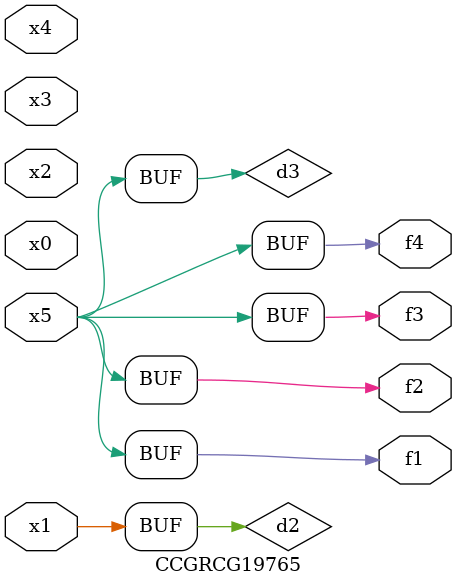
<source format=v>
module CCGRCG19765(
	input x0, x1, x2, x3, x4, x5,
	output f1, f2, f3, f4
);

	wire d1, d2, d3;

	not (d1, x5);
	or (d2, x1);
	xnor (d3, d1);
	assign f1 = d3;
	assign f2 = d3;
	assign f3 = d3;
	assign f4 = d3;
endmodule

</source>
